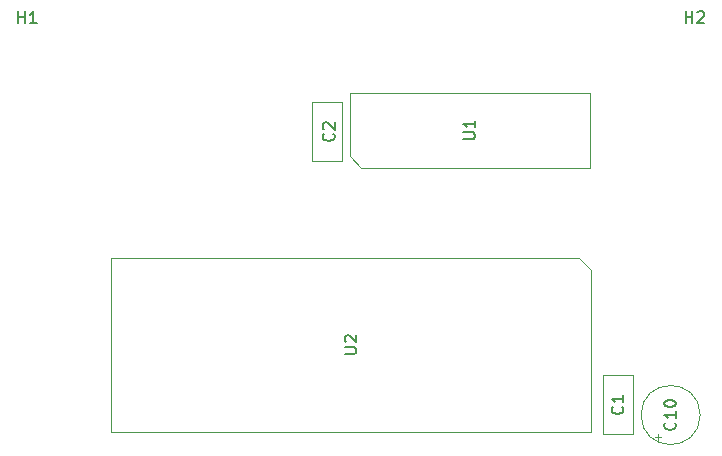
<source format=gbr>
%TF.GenerationSoftware,KiCad,Pcbnew,7.0.11-7.0.11~ubuntu22.04.1*%
%TF.CreationDate,2024-08-09T11:46:46-04:00*%
%TF.ProjectId,colecovision_standard_cart,636f6c65-636f-4766-9973-696f6e5f7374,rev?*%
%TF.SameCoordinates,Original*%
%TF.FileFunction,AssemblyDrawing,Top*%
%FSLAX46Y46*%
G04 Gerber Fmt 4.6, Leading zero omitted, Abs format (unit mm)*
G04 Created by KiCad (PCBNEW 7.0.11-7.0.11~ubuntu22.04.1) date 2024-08-09 11:46:46*
%MOMM*%
%LPD*%
G01*
G04 APERTURE LIST*
%ADD10C,0.150000*%
%ADD11C,0.100000*%
G04 APERTURE END LIST*
D10*
X160760580Y-94146666D02*
X160808200Y-94194285D01*
X160808200Y-94194285D02*
X160855819Y-94337142D01*
X160855819Y-94337142D02*
X160855819Y-94432380D01*
X160855819Y-94432380D02*
X160808200Y-94575237D01*
X160808200Y-94575237D02*
X160712961Y-94670475D01*
X160712961Y-94670475D02*
X160617723Y-94718094D01*
X160617723Y-94718094D02*
X160427247Y-94765713D01*
X160427247Y-94765713D02*
X160284390Y-94765713D01*
X160284390Y-94765713D02*
X160093914Y-94718094D01*
X160093914Y-94718094D02*
X159998676Y-94670475D01*
X159998676Y-94670475D02*
X159903438Y-94575237D01*
X159903438Y-94575237D02*
X159855819Y-94432380D01*
X159855819Y-94432380D02*
X159855819Y-94337142D01*
X159855819Y-94337142D02*
X159903438Y-94194285D01*
X159903438Y-94194285D02*
X159951057Y-94146666D01*
X160855819Y-93194285D02*
X160855819Y-93765713D01*
X160855819Y-93479999D02*
X159855819Y-93479999D01*
X159855819Y-93479999D02*
X159998676Y-93575237D01*
X159998676Y-93575237D02*
X160093914Y-93670475D01*
X160093914Y-93670475D02*
X160141533Y-93765713D01*
X136300380Y-71032666D02*
X136348000Y-71080285D01*
X136348000Y-71080285D02*
X136395619Y-71223142D01*
X136395619Y-71223142D02*
X136395619Y-71318380D01*
X136395619Y-71318380D02*
X136348000Y-71461237D01*
X136348000Y-71461237D02*
X136252761Y-71556475D01*
X136252761Y-71556475D02*
X136157523Y-71604094D01*
X136157523Y-71604094D02*
X135967047Y-71651713D01*
X135967047Y-71651713D02*
X135824190Y-71651713D01*
X135824190Y-71651713D02*
X135633714Y-71604094D01*
X135633714Y-71604094D02*
X135538476Y-71556475D01*
X135538476Y-71556475D02*
X135443238Y-71461237D01*
X135443238Y-71461237D02*
X135395619Y-71318380D01*
X135395619Y-71318380D02*
X135395619Y-71223142D01*
X135395619Y-71223142D02*
X135443238Y-71080285D01*
X135443238Y-71080285D02*
X135490857Y-71032666D01*
X135490857Y-70651713D02*
X135443238Y-70604094D01*
X135443238Y-70604094D02*
X135395619Y-70508856D01*
X135395619Y-70508856D02*
X135395619Y-70270761D01*
X135395619Y-70270761D02*
X135443238Y-70175523D01*
X135443238Y-70175523D02*
X135490857Y-70127904D01*
X135490857Y-70127904D02*
X135586095Y-70080285D01*
X135586095Y-70080285D02*
X135681333Y-70080285D01*
X135681333Y-70080285D02*
X135824190Y-70127904D01*
X135824190Y-70127904D02*
X136395619Y-70699332D01*
X136395619Y-70699332D02*
X136395619Y-70080285D01*
X166116095Y-61668819D02*
X166116095Y-60668819D01*
X166116095Y-61145009D02*
X166687523Y-61145009D01*
X166687523Y-61668819D02*
X166687523Y-60668819D01*
X167116095Y-60764057D02*
X167163714Y-60716438D01*
X167163714Y-60716438D02*
X167258952Y-60668819D01*
X167258952Y-60668819D02*
X167497047Y-60668819D01*
X167497047Y-60668819D02*
X167592285Y-60716438D01*
X167592285Y-60716438D02*
X167639904Y-60764057D01*
X167639904Y-60764057D02*
X167687523Y-60859295D01*
X167687523Y-60859295D02*
X167687523Y-60954533D01*
X167687523Y-60954533D02*
X167639904Y-61097390D01*
X167639904Y-61097390D02*
X167068476Y-61668819D01*
X167068476Y-61668819D02*
X167687523Y-61668819D01*
X147282819Y-71500904D02*
X148092342Y-71500904D01*
X148092342Y-71500904D02*
X148187580Y-71453285D01*
X148187580Y-71453285D02*
X148235200Y-71405666D01*
X148235200Y-71405666D02*
X148282819Y-71310428D01*
X148282819Y-71310428D02*
X148282819Y-71119952D01*
X148282819Y-71119952D02*
X148235200Y-71024714D01*
X148235200Y-71024714D02*
X148187580Y-70977095D01*
X148187580Y-70977095D02*
X148092342Y-70929476D01*
X148092342Y-70929476D02*
X147282819Y-70929476D01*
X148282819Y-69929476D02*
X148282819Y-70500904D01*
X148282819Y-70215190D02*
X147282819Y-70215190D01*
X147282819Y-70215190D02*
X147425676Y-70310428D01*
X147425676Y-70310428D02*
X147520914Y-70405666D01*
X147520914Y-70405666D02*
X147568533Y-70500904D01*
X137249819Y-89661904D02*
X138059342Y-89661904D01*
X138059342Y-89661904D02*
X138154580Y-89614285D01*
X138154580Y-89614285D02*
X138202200Y-89566666D01*
X138202200Y-89566666D02*
X138249819Y-89471428D01*
X138249819Y-89471428D02*
X138249819Y-89280952D01*
X138249819Y-89280952D02*
X138202200Y-89185714D01*
X138202200Y-89185714D02*
X138154580Y-89138095D01*
X138154580Y-89138095D02*
X138059342Y-89090476D01*
X138059342Y-89090476D02*
X137249819Y-89090476D01*
X137345057Y-88661904D02*
X137297438Y-88614285D01*
X137297438Y-88614285D02*
X137249819Y-88519047D01*
X137249819Y-88519047D02*
X137249819Y-88280952D01*
X137249819Y-88280952D02*
X137297438Y-88185714D01*
X137297438Y-88185714D02*
X137345057Y-88138095D01*
X137345057Y-88138095D02*
X137440295Y-88090476D01*
X137440295Y-88090476D02*
X137535533Y-88090476D01*
X137535533Y-88090476D02*
X137678390Y-88138095D01*
X137678390Y-88138095D02*
X138249819Y-88709523D01*
X138249819Y-88709523D02*
X138249819Y-88090476D01*
X165205580Y-95491857D02*
X165253200Y-95539476D01*
X165253200Y-95539476D02*
X165300819Y-95682333D01*
X165300819Y-95682333D02*
X165300819Y-95777571D01*
X165300819Y-95777571D02*
X165253200Y-95920428D01*
X165253200Y-95920428D02*
X165157961Y-96015666D01*
X165157961Y-96015666D02*
X165062723Y-96063285D01*
X165062723Y-96063285D02*
X164872247Y-96110904D01*
X164872247Y-96110904D02*
X164729390Y-96110904D01*
X164729390Y-96110904D02*
X164538914Y-96063285D01*
X164538914Y-96063285D02*
X164443676Y-96015666D01*
X164443676Y-96015666D02*
X164348438Y-95920428D01*
X164348438Y-95920428D02*
X164300819Y-95777571D01*
X164300819Y-95777571D02*
X164300819Y-95682333D01*
X164300819Y-95682333D02*
X164348438Y-95539476D01*
X164348438Y-95539476D02*
X164396057Y-95491857D01*
X165300819Y-94539476D02*
X165300819Y-95110904D01*
X165300819Y-94825190D02*
X164300819Y-94825190D01*
X164300819Y-94825190D02*
X164443676Y-94920428D01*
X164443676Y-94920428D02*
X164538914Y-95015666D01*
X164538914Y-95015666D02*
X164586533Y-95110904D01*
X164300819Y-93920428D02*
X164300819Y-93825190D01*
X164300819Y-93825190D02*
X164348438Y-93729952D01*
X164348438Y-93729952D02*
X164396057Y-93682333D01*
X164396057Y-93682333D02*
X164491295Y-93634714D01*
X164491295Y-93634714D02*
X164681771Y-93587095D01*
X164681771Y-93587095D02*
X164919866Y-93587095D01*
X164919866Y-93587095D02*
X165110342Y-93634714D01*
X165110342Y-93634714D02*
X165205580Y-93682333D01*
X165205580Y-93682333D02*
X165253200Y-93729952D01*
X165253200Y-93729952D02*
X165300819Y-93825190D01*
X165300819Y-93825190D02*
X165300819Y-93920428D01*
X165300819Y-93920428D02*
X165253200Y-94015666D01*
X165253200Y-94015666D02*
X165205580Y-94063285D01*
X165205580Y-94063285D02*
X165110342Y-94110904D01*
X165110342Y-94110904D02*
X164919866Y-94158523D01*
X164919866Y-94158523D02*
X164681771Y-94158523D01*
X164681771Y-94158523D02*
X164491295Y-94110904D01*
X164491295Y-94110904D02*
X164396057Y-94063285D01*
X164396057Y-94063285D02*
X164348438Y-94015666D01*
X164348438Y-94015666D02*
X164300819Y-93920428D01*
X109601095Y-61668819D02*
X109601095Y-60668819D01*
X109601095Y-61145009D02*
X110172523Y-61145009D01*
X110172523Y-61668819D02*
X110172523Y-60668819D01*
X111172523Y-61668819D02*
X110601095Y-61668819D01*
X110886809Y-61668819D02*
X110886809Y-60668819D01*
X110886809Y-60668819D02*
X110791571Y-60811676D01*
X110791571Y-60811676D02*
X110696333Y-60906914D01*
X110696333Y-60906914D02*
X110601095Y-60954533D01*
D11*
%TO.C,C1*%
X159151000Y-96480000D02*
X161651000Y-96480000D01*
X161651000Y-96480000D02*
X161651000Y-91480000D01*
X159151000Y-91480000D02*
X159151000Y-96480000D01*
X161651000Y-91480000D02*
X159151000Y-91480000D01*
%TO.C,C2*%
X134513000Y-73366000D02*
X137013000Y-73366000D01*
X137013000Y-73366000D02*
X137013000Y-68366000D01*
X134513000Y-68366000D02*
X134513000Y-73366000D01*
X137013000Y-68366000D02*
X134513000Y-68366000D01*
%TO.C,U1*%
X138668000Y-73914000D02*
X137668000Y-72914000D01*
X157988000Y-73914000D02*
X138668000Y-73914000D01*
X137668000Y-72914000D02*
X137668000Y-67564000D01*
X137668000Y-67564000D02*
X157988000Y-67564000D01*
X157988000Y-67564000D02*
X157988000Y-73914000D01*
%TO.C,U2*%
X157115000Y-81535000D02*
X158115000Y-82535000D01*
X117475000Y-81535000D02*
X157115000Y-81535000D01*
X158115000Y-82535000D02*
X158115000Y-96265000D01*
X158115000Y-96265000D02*
X117475000Y-96265000D01*
X117475000Y-96265000D02*
X117475000Y-81535000D01*
%TO.C,C10*%
X163758500Y-96982605D02*
X163758500Y-96482605D01*
X163508500Y-96732605D02*
X164008500Y-96732605D01*
X167346000Y-94849000D02*
G75*
G03*
X162346000Y-94849000I-2500000J0D01*
G01*
X162346000Y-94849000D02*
G75*
G03*
X167346000Y-94849000I2500000J0D01*
G01*
%TD*%
M02*

</source>
